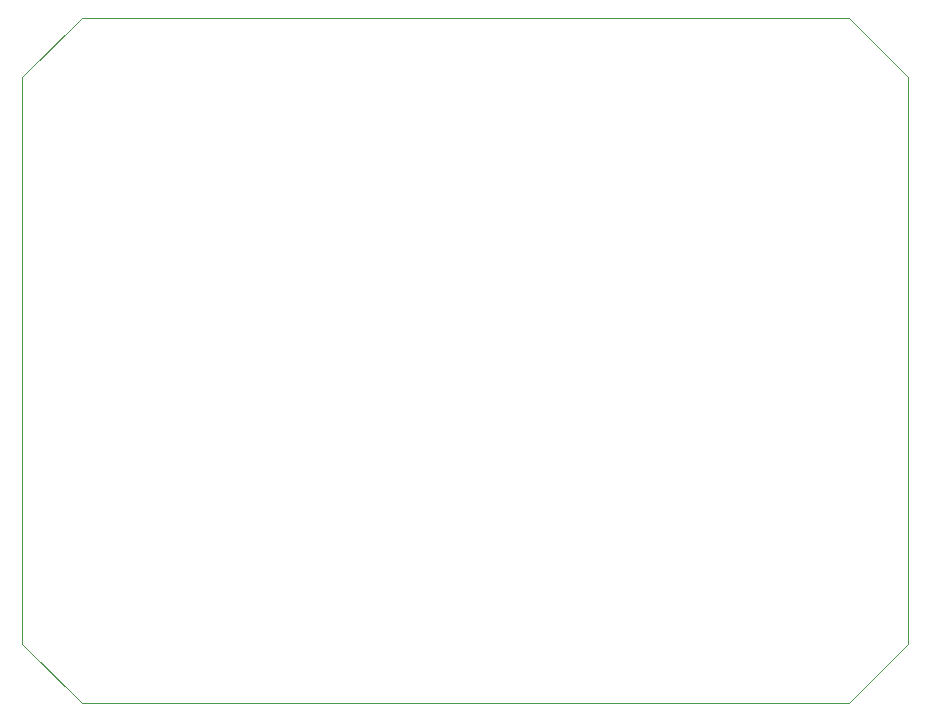
<source format=gbr>
G04 #@! TF.GenerationSoftware,KiCad,Pcbnew,(5.1.2)-2*
G04 #@! TF.CreationDate,2019-11-19T13:43:08-05:00*
G04 #@! TF.ProjectId,dak-ir-pcb,64616b2d-6972-42d7-9063-622e6b696361,rev?*
G04 #@! TF.SameCoordinates,PX39b2820PY54e0840*
G04 #@! TF.FileFunction,Profile,NP*
%FSLAX46Y46*%
G04 Gerber Fmt 4.6, Leading zero omitted, Abs format (unit mm)*
G04 Created by KiCad (PCBNEW (5.1.2)-2) date 2019-11-19 13:43:08*
%MOMM*%
%LPD*%
G04 APERTURE LIST*
%ADD10C,0.050000*%
G04 APERTURE END LIST*
D10*
X0Y0D02*
X65000000Y0D01*
X0Y58000000D02*
X2500000Y58000000D01*
X-5000000Y53000000D02*
X0Y58000000D01*
X-5000000Y5000000D02*
X-5000000Y53000000D01*
X65000000Y58000000D02*
X2500000Y58000000D01*
X70000000Y53000000D02*
X65000000Y58000000D01*
X70000000Y5000000D02*
X70000000Y53000000D01*
X65000000Y0D02*
X70000000Y5000000D01*
X0Y0D02*
X-5000000Y5000000D01*
M02*

</source>
